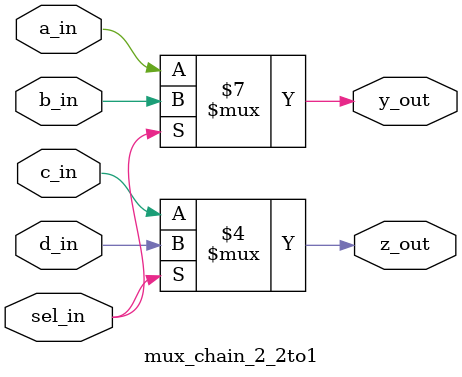
<source format=v>
`timescale 1ns / 1ps


module mux_chain_2_2to1(
input a_in, b_in, c_in, d_in, sel_in,
output reg y_out, z_out
    );
    //reg y_out, z_out;
 always@(*)
 
    if(sel_in==1'b0)
    begin
    y_out=a_in;
    z_out=c_in;
    end
else
begin
    y_out=b_in;
    z_out=d_in;
    end
endmodule

</source>
